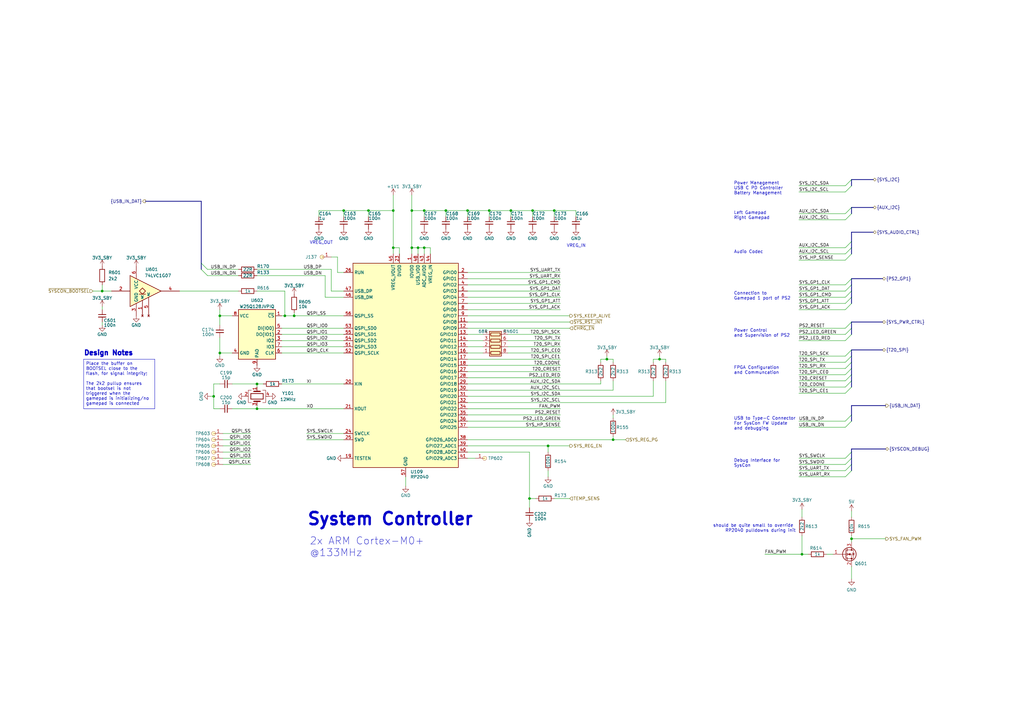
<source format=kicad_sch>
(kicad_sch (version 20230121) (generator eeschema)
  (paper "A3")
  (title_block (title "PS2 SysCon") (rev "0.3") (comment 5 "-a project by Tschicki"))
  (bus_alias "SYSCON_DEBUG" (members "SYS_SWCLK" "SYS_SWDIO" "SYS_UART_TX" "SYS_UART_RX"))
  (bus_alias "T20_SPI" (members "T20_SPI_SCK" "T20_SPI_TX" "T20_SPI_RX" "T20_SPI_CE0" "T20_CDONE" "T20_CRESET" "T20_SPI_CE1"))
  (junction (at 209.55 86.36))
  (junction (at 87.63 162.56))
  (junction (at 105.41 157.48))
  (junction (at 168.91 101.6))
  (junction (at 151.13 86.36))
  (junction (at 90.17 129.54))
  (junction (at 171.45 101.6))
  (junction (at 218.44 86.36))
  (junction (at 161.29 86.36))
  (junction (at 41.91 119.38))
  (junction (at 140.97 86.36))
  (junction (at 251.46 180.34))
  (junction (at 270.51 147.32))
  (junction (at 182.88 86.36))
  (junction (at 161.29 101.6))
  (junction (at 191.77 86.36))
  (junction (at 227.33 86.36))
  (junction (at 173.99 86.36))
  (junction (at 328.93 227.33))
  (junction (at 173.99 101.6))
  (junction (at 217.17 204.47))
  (junction (at 248.92 147.32))
  (junction (at 349.25 220.98))
  (junction (at 200.66 86.36))
  (junction (at 116.84 129.54))
  (junction (at 90.17 144.78))
  (junction (at 224.79 182.88))
  (junction (at 105.41 167.64))
  (junction (at 120.65 129.54))
  (junction (at 168.91 86.36))
  (bus_entry (at 349.25 187.96) (size -2.54 2.54))
  (bus_entry (at 349.25 124.46) (size -2.54 2.54))
  (bus_entry (at 346.71 153.67) (size 2.54 -2.54))
  (bus_entry (at 349.25 85.09) (size -2.54 2.54))
  (bus_entry (at 349.25 116.84) (size -2.54 2.54))
  (bus_entry (at 349.25 153.67) (size -2.54 2.54))
  (bus_entry (at 349.25 119.38) (size -2.54 2.54))
  (bus_entry (at 82.55 107.95) (size 2.54 2.54))
  (bus_entry (at 349.25 104.14) (size -2.54 2.54))
  (bus_entry (at 349.25 158.75) (size -2.54 2.54))
  (bus_entry (at 346.71 175.26) (size 2.54 -2.54))
  (bus_entry (at 349.25 193.04) (size -2.54 2.54))
  (bus_entry (at 346.71 134.62) (size 2.54 -2.54))
  (bus_entry (at 346.71 90.17) (size 2.54 -2.54))
  (bus_entry (at 349.25 190.5) (size -2.54 2.54))
  (bus_entry (at 349.25 170.18) (size -2.54 2.54))
  (bus_entry (at 346.71 151.13) (size 2.54 -2.54))
  (bus_entry (at 349.25 73.66) (size -2.54 2.54))
  (bus_entry (at 349.25 156.21) (size -2.54 2.54))
  (bus_entry (at 349.25 101.6) (size -2.54 2.54))
  (bus_entry (at 349.25 114.3) (size -2.54 2.54))
  (bus_entry (at 346.71 78.74) (size 2.54 -2.54))
  (bus_entry (at 346.71 137.16) (size 2.54 -2.54))
  (bus_entry (at 349.25 143.51) (size -2.54 2.54))
  (bus_entry (at 349.25 99.06) (size -2.54 2.54))
  (bus_entry (at 349.25 121.92) (size -2.54 2.54))
  (bus_entry (at 349.25 185.42) (size -2.54 2.54))
  (bus_entry (at 346.71 139.7) (size 2.54 -2.54))
  (bus_entry (at 346.71 148.59) (size 2.54 -2.54))
  (bus_entry (at 85.09 113.03) (size -2.54 -2.54))
  (bus (pts (xy 349.25 187.96) (xy 349.25 190.5)))
  (wire (pts (xy 161.29 104.14) (xy 161.29 101.6)))
  (wire (pts (xy 346.71 175.26) (xy 327.66 175.26)))
  (wire (pts (xy 191.77 147.32) (xy 229.87 147.32)))
  (wire (pts (xy 161.29 80.01) (xy 161.29 86.36)))
  (wire (pts (xy 91.44 180.34) (xy 102.87 180.34)))
  (wire (pts (xy 173.99 101.6) (xy 171.45 101.6)))
  (bus (pts (xy 349.25 184.15) (xy 349.25 185.42)))
  (wire (pts (xy 236.22 86.36) (xy 227.33 86.36)))
  (bus (pts (xy 349.25 153.67) (xy 349.25 156.21)))
  (bus (pts (xy 349.25 190.5) (xy 349.25 193.04)))
  (bus (pts (xy 349.25 114.3) (xy 349.25 116.84)))
  (wire (pts (xy 105.41 167.64) (xy 105.41 166.37)))
  (wire (pts (xy 251.46 180.34) (xy 256.54 180.34)))
  (wire (pts (xy 217.17 204.47) (xy 219.71 204.47)))
  (wire (pts (xy 130.81 86.36) (xy 140.97 86.36)))
  (wire (pts (xy 115.57 134.62) (xy 140.97 134.62)))
  (wire (pts (xy 41.91 116.84) (xy 41.91 119.38)))
  (bus (pts (xy 82.55 82.55) (xy 82.55 107.95)))
  (wire (pts (xy 105.41 113.03) (xy 133.35 113.03)))
  (wire (pts (xy 327.66 153.67) (xy 346.71 153.67)))
  (wire (pts (xy 105.41 119.38) (xy 116.84 119.38)))
  (wire (pts (xy 176.53 101.6) (xy 173.99 101.6)))
  (wire (pts (xy 38.1 119.38) (xy 41.91 119.38)))
  (wire (pts (xy 191.77 152.4) (xy 229.87 152.4)))
  (wire (pts (xy 327.66 116.84) (xy 346.71 116.84)))
  (wire (pts (xy 251.46 156.21) (xy 251.46 160.02)))
  (wire (pts (xy 91.44 182.88) (xy 102.87 182.88)))
  (wire (pts (xy 327.66 76.2) (xy 346.71 76.2)))
  (wire (pts (xy 246.38 147.32) (xy 248.92 147.32)))
  (wire (pts (xy 224.79 193.04) (xy 224.79 195.58)))
  (wire (pts (xy 191.77 170.18) (xy 229.87 170.18)))
  (wire (pts (xy 270.51 147.32) (xy 270.51 146.05)))
  (wire (pts (xy 327.66 151.13) (xy 346.71 151.13)))
  (wire (pts (xy 105.41 157.48) (xy 107.95 157.48)))
  (wire (pts (xy 346.71 106.68) (xy 327.66 106.68)))
  (wire (pts (xy 191.77 86.36) (xy 182.88 86.36)))
  (wire (pts (xy 328.93 227.33) (xy 331.47 227.33)))
  (wire (pts (xy 191.77 139.7) (xy 198.12 139.7)))
  (bus (pts (xy 349.25 119.38) (xy 349.25 121.92)))
  (wire (pts (xy 327.66 119.38) (xy 346.71 119.38)))
  (wire (pts (xy 171.45 101.6) (xy 171.45 104.14)))
  (wire (pts (xy 115.57 142.24) (xy 140.97 142.24)))
  (wire (pts (xy 91.44 177.8) (xy 102.87 177.8)))
  (wire (pts (xy 191.77 127) (xy 229.87 127)))
  (wire (pts (xy 346.71 104.14) (xy 327.66 104.14)))
  (wire (pts (xy 171.45 101.6) (xy 168.91 101.6)))
  (wire (pts (xy 327.66 139.7) (xy 346.71 139.7)))
  (wire (pts (xy 200.66 86.36) (xy 191.77 86.36)))
  (wire (pts (xy 349.25 222.25) (xy 349.25 220.98)))
  (wire (pts (xy 95.25 167.64) (xy 105.41 167.64)))
  (wire (pts (xy 87.63 162.56) (xy 87.63 157.48)))
  (wire (pts (xy 236.22 88.9) (xy 236.22 86.36)))
  (wire (pts (xy 208.28 139.7) (xy 229.87 139.7)))
  (bus (pts (xy 361.95 132.08) (xy 349.25 132.08)))
  (wire (pts (xy 91.44 187.96) (xy 102.87 187.96)))
  (wire (pts (xy 349.25 220.98) (xy 349.25 219.71)))
  (bus (pts (xy 358.14 95.25) (xy 349.25 95.25)))
  (wire (pts (xy 125.73 177.8) (xy 140.97 177.8)))
  (wire (pts (xy 95.25 157.48) (xy 105.41 157.48)))
  (wire (pts (xy 217.17 185.42) (xy 217.17 204.47)))
  (wire (pts (xy 327.66 90.17) (xy 346.71 90.17)))
  (wire (pts (xy 166.37 195.58) (xy 166.37 199.39)))
  (wire (pts (xy 91.44 190.5) (xy 102.87 190.5)))
  (wire (pts (xy 251.46 147.32) (xy 251.46 148.59)))
  (wire (pts (xy 105.41 158.75) (xy 105.41 157.48)))
  (bus (pts (xy 349.25 132.08) (xy 349.25 134.62)))
  (wire (pts (xy 227.33 204.47) (xy 233.68 204.47)))
  (wire (pts (xy 218.44 86.36) (xy 218.44 88.9)))
  (wire (pts (xy 218.44 86.36) (xy 209.55 86.36)))
  (wire (pts (xy 339.09 227.33) (xy 341.63 227.33)))
  (bus (pts (xy 349.25 85.09) (xy 358.14 85.09)))
  (wire (pts (xy 251.46 171.45) (xy 251.46 170.18)))
  (bus (pts (xy 349.25 95.25) (xy 349.25 99.06)))
  (wire (pts (xy 191.77 160.02) (xy 251.46 160.02)))
  (wire (pts (xy 115.57 144.78) (xy 140.97 144.78)))
  (wire (pts (xy 191.77 182.88) (xy 224.79 182.88)))
  (wire (pts (xy 191.77 116.84) (xy 229.87 116.84)))
  (wire (pts (xy 115.57 157.48) (xy 140.97 157.48)))
  (wire (pts (xy 327.66 190.5) (xy 346.71 190.5)))
  (wire (pts (xy 327.66 172.72) (xy 346.71 172.72)))
  (wire (pts (xy 327.66 148.59) (xy 346.71 148.59)))
  (wire (pts (xy 349.25 209.55) (xy 349.25 212.09)))
  (wire (pts (xy 90.17 144.78) (xy 95.25 144.78)))
  (bus (pts (xy 349.25 156.21) (xy 349.25 158.75)))
  (bus (pts (xy 349.25 170.18) (xy 349.25 172.72)))
  (wire (pts (xy 246.38 156.21) (xy 246.38 157.48)))
  (bus (pts (xy 349.25 146.05) (xy 349.25 148.59)))
  (wire (pts (xy 327.66 87.63) (xy 346.71 87.63)))
  (wire (pts (xy 85.09 113.03) (xy 97.79 113.03)))
  (bus (pts (xy 349.25 99.06) (xy 349.25 101.6)))
  (wire (pts (xy 191.77 172.72) (xy 229.87 172.72)))
  (wire (pts (xy 86.36 162.56) (xy 87.63 162.56)))
  (wire (pts (xy 328.93 208.915) (xy 328.93 212.09)))
  (wire (pts (xy 346.71 101.6) (xy 327.66 101.6)))
  (bus (pts (xy 349.25 148.59) (xy 349.25 151.13)))
  (wire (pts (xy 267.97 147.32) (xy 267.97 148.59)))
  (wire (pts (xy 138.43 105.41) (xy 138.43 111.76)))
  (wire (pts (xy 208.28 142.24) (xy 229.87 142.24)))
  (wire (pts (xy 227.33 86.36) (xy 218.44 86.36)))
  (wire (pts (xy 85.09 110.49) (xy 97.79 110.49)))
  (wire (pts (xy 191.77 180.34) (xy 251.46 180.34)))
  (wire (pts (xy 191.77 157.48) (xy 246.38 157.48)))
  (wire (pts (xy 327.66 195.58) (xy 346.71 195.58)))
  (wire (pts (xy 248.92 147.32) (xy 248.92 146.05)))
  (wire (pts (xy 182.88 86.36) (xy 182.88 88.9)))
  (wire (pts (xy 267.97 156.21) (xy 267.97 162.56)))
  (bus (pts (xy 349.25 143.51) (xy 349.25 146.05)))
  (wire (pts (xy 151.13 86.36) (xy 161.29 86.36)))
  (wire (pts (xy 135.89 105.41) (xy 138.43 105.41)))
  (wire (pts (xy 349.25 237.49) (xy 349.25 232.41)))
  (wire (pts (xy 191.77 175.26) (xy 229.87 175.26)))
  (wire (pts (xy 120.65 129.54) (xy 140.97 129.54)))
  (wire (pts (xy 182.88 86.36) (xy 173.99 86.36)))
  (wire (pts (xy 327.66 134.62) (xy 346.71 134.62)))
  (bus (pts (xy 349.25 121.92) (xy 349.25 124.46)))
  (wire (pts (xy 327.66 161.29) (xy 346.71 161.29)))
  (wire (pts (xy 191.77 187.96) (xy 194.945 187.96)))
  (wire (pts (xy 140.97 111.76) (xy 138.43 111.76)))
  (wire (pts (xy 328.93 219.71) (xy 328.93 227.33)))
  (wire (pts (xy 191.77 142.24) (xy 198.12 142.24)))
  (wire (pts (xy 191.77 124.46) (xy 229.87 124.46)))
  (wire (pts (xy 90.17 138.43) (xy 90.17 144.78)))
  (wire (pts (xy 90.17 167.64) (xy 87.63 167.64)))
  (wire (pts (xy 163.83 101.6) (xy 163.83 104.14)))
  (wire (pts (xy 191.77 167.64) (xy 229.87 167.64)))
  (wire (pts (xy 173.99 101.6) (xy 173.99 104.14)))
  (bus (pts (xy 361.95 114.3) (xy 349.25 114.3)))
  (wire (pts (xy 327.66 158.75) (xy 346.71 158.75)))
  (wire (pts (xy 191.77 144.78) (xy 198.12 144.78)))
  (wire (pts (xy 90.17 129.54) (xy 95.25 129.54)))
  (wire (pts (xy 327.66 146.05) (xy 346.71 146.05)))
  (wire (pts (xy 217.17 208.28) (xy 217.17 204.47)))
  (wire (pts (xy 41.91 132.08) (xy 41.91 133.35)))
  (wire (pts (xy 191.77 86.36) (xy 191.77 88.9)))
  (wire (pts (xy 270.51 147.32) (xy 267.97 147.32)))
  (wire (pts (xy 208.28 137.16) (xy 229.87 137.16)))
  (wire (pts (xy 176.53 104.14) (xy 176.53 101.6)))
  (wire (pts (xy 115.57 129.54) (xy 116.84 129.54)))
  (wire (pts (xy 248.92 147.32) (xy 251.46 147.32)))
  (wire (pts (xy 115.57 139.7) (xy 140.97 139.7)))
  (wire (pts (xy 246.38 147.32) (xy 246.38 148.59)))
  (wire (pts (xy 105.41 110.49) (xy 135.89 110.49)))
  (wire (pts (xy 140.97 86.36) (xy 151.13 86.36)))
  (wire (pts (xy 130.81 88.9) (xy 130.81 86.36)))
  (wire (pts (xy 227.33 86.36) (xy 227.33 88.9)))
  (wire (pts (xy 90.17 129.54) (xy 90.17 133.35)))
  (wire (pts (xy 209.55 86.36) (xy 209.55 88.9)))
  (bus (pts (xy 363.22 166.37) (xy 349.25 166.37)))
  (wire (pts (xy 191.77 134.62) (xy 233.68 134.62)))
  (wire (pts (xy 90.17 144.78) (xy 90.17 146.05)))
  (bus (pts (xy 349.25 101.6) (xy 349.25 104.14)))
  (wire (pts (xy 208.28 144.78) (xy 229.87 144.78)))
  (wire (pts (xy 191.77 132.08) (xy 233.68 132.08)))
  (bus (pts (xy 349.25 185.42) (xy 349.25 187.96)))
  (wire (pts (xy 135.89 119.38) (xy 140.97 119.38)))
  (wire (pts (xy 173.99 86.36) (xy 173.99 88.9)))
  (wire (pts (xy 313.69 227.33) (xy 328.93 227.33)))
  (wire (pts (xy 224.79 185.42) (xy 224.79 182.88)))
  (wire (pts (xy 191.77 149.86) (xy 229.87 149.86)))
  (wire (pts (xy 200.66 86.36) (xy 200.66 88.9)))
  (wire (pts (xy 327.66 156.21) (xy 346.71 156.21)))
  (wire (pts (xy 151.13 86.36) (xy 151.13 88.9)))
  (wire (pts (xy 209.55 86.36) (xy 200.66 86.36)))
  (bus (pts (xy 361.95 143.51) (xy 349.25 143.51)))
  (bus (pts (xy 363.22 184.15) (xy 349.25 184.15)))
  (wire (pts (xy 41.91 127) (xy 41.91 125.73)))
  (wire (pts (xy 87.63 157.48) (xy 90.17 157.48)))
  (wire (pts (xy 41.91 119.38) (xy 45.72 119.38)))
  (wire (pts (xy 191.77 137.16) (xy 198.12 137.16)))
  (wire (pts (xy 191.77 114.3) (xy 229.87 114.3)))
  (wire (pts (xy 191.77 111.76) (xy 229.87 111.76)))
  (bus (pts (xy 358.14 73.66) (xy 349.25 73.66)))
  (wire (pts (xy 161.29 101.6) (xy 163.83 101.6)))
  (wire (pts (xy 135.89 110.49) (xy 135.89 119.38)))
  (wire (pts (xy 120.65 128.27) (xy 120.65 129.54)))
  (wire (pts (xy 168.91 80.01) (xy 168.91 86.36)))
  (bus (pts (xy 349.25 134.62) (xy 349.25 137.16)))
  (wire (pts (xy 173.99 86.36) (xy 168.91 86.36)))
  (wire (pts (xy 327.66 187.96) (xy 346.71 187.96)))
  (wire (pts (xy 125.73 180.34) (xy 140.97 180.34)))
  (wire (pts (xy 191.77 154.94) (xy 229.87 154.94)))
  (wire (pts (xy 140.97 86.36) (xy 140.97 88.9)))
  (wire (pts (xy 327.66 137.16) (xy 346.71 137.16)))
  (wire (pts (xy 327.66 124.46) (xy 346.71 124.46)))
  (wire (pts (xy 191.77 119.38) (xy 229.87 119.38)))
  (bus (pts (xy 349.25 151.13) (xy 349.25 153.67)))
  (bus (pts (xy 82.55 107.95) (xy 82.55 110.49)))
  (bus (pts (xy 59.69 82.55) (xy 82.55 82.55)))
  (wire (pts (xy 327.66 78.74) (xy 346.71 78.74)))
  (bus (pts (xy 349.25 166.37) (xy 349.25 170.18)))
  (bus (pts (xy 349.25 73.66) (xy 349.25 76.2)))
  (wire (pts (xy 273.05 147.32) (xy 270.51 147.32)))
  (wire (pts (xy 273.05 147.32) (xy 273.05 148.59)))
  (wire (pts (xy 191.77 121.92) (xy 229.87 121.92)))
  (wire (pts (xy 168.91 86.36) (xy 168.91 101.6)))
  (wire (pts (xy 87.63 167.64) (xy 87.63 162.56)))
  (wire (pts (xy 73.66 119.38) (xy 97.79 119.38)))
  (bus (pts (xy 349.25 85.09) (xy 349.25 87.63)))
  (wire (pts (xy 133.35 121.92) (xy 140.97 121.92)))
  (wire (pts (xy 168.91 101.6) (xy 168.91 104.14)))
  (wire (pts (xy 224.79 182.88) (xy 233.68 182.88)))
  (wire (pts (xy 327.66 127) (xy 346.71 127)))
  (wire (pts (xy 161.29 86.36) (xy 161.29 101.6)))
  (wire (pts (xy 191.77 129.54) (xy 233.68 129.54)))
  (bus (pts (xy 349.25 116.84) (xy 349.25 119.38)))
  (wire (pts (xy 116.84 119.38) (xy 116.84 129.54)))
  (wire (pts (xy 191.77 165.1) (xy 273.05 165.1)))
  (wire (pts (xy 115.57 137.16) (xy 140.97 137.16)))
  (wire (pts (xy 191.77 162.56) (xy 267.97 162.56)))
  (wire (pts (xy 91.44 185.42) (xy 102.87 185.42)))
  (wire (pts (xy 116.84 129.54) (xy 120.65 129.54)))
  (wire (pts (xy 327.66 193.04) (xy 346.71 193.04)))
  (wire (pts (xy 273.05 156.21) (xy 273.05 165.1)))
  (wire (pts (xy 251.46 179.07) (xy 251.46 180.34)))
  (wire (pts (xy 349.25 220.98) (xy 363.22 220.98)))
  (wire (pts (xy 327.66 121.92) (xy 346.71 121.92)))
  (wire (pts (xy 133.35 113.03) (xy 133.35 121.92)))
  (wire (pts (xy 140.97 167.64) (xy 105.41 167.64)))
  (wire (pts (xy 191.77 185.42) (xy 217.17 185.42)))
  (wire (pts (xy 90.17 127) (xy 90.17 129.54)))
  (text_box "Place the buffer on BOOTSEL close to the flash, for signal integrity;\n\nThe 2k2 pullup ensures that bootsel is not triggered when the gamepad is initializing/no gamepad is connected" (at 34.29 147.32 0) (size 29.21 20.32) (effects (font (size 1.27 1.27)) (justify left top)))
  (text "FPGA Configuration\nand Communcation" (at 300.99 153.67 0) (effects (font (size 1.27 1.27)) (justify left bottom)))
  (text "Power Control\nand Supervision of PS2" (at 300.99 138.43 0) (effects (font (size 1.27 1.27)) (justify left bottom)))
  (text "Debug Interface for \nSysCon" (at 300.99 191.77 0) (effects (font (size 1.27 1.27)) (justify left bottom)))
  (text "System Controller" (at 125.73 215.9 0) (effects (font (size 5 5) (thickness 1) bold) (justify left bottom)))
  (text "VREG_OUT" (at 127 100.33 0) (effects (font (size 1.27 1.27)) (justify left bottom)))
  (text "VREG_IN" (at 232.41 101.6 0) (effects (font (size 1.27 1.27)) (justify left bottom)))
  (text "2x ARM Cortex-M0+\n@133MHz" (at 127 228.6 0) (effects (font (size 3 3)) (justify left bottom)))
  (text "Connection to \nGamepad 1 port of PS2" (at 300.99 123.19 0) (effects (font (size 1.27 1.27)) (justify left bottom)))
  (text "Audio Codec" (at 300.99 104.14 0) (effects (font (size 1.27 1.27)) (justify left bottom)))
  (text "Power Management\nUSB C PD Controller\nBattery Management" (at 300.99 80.01 0) (effects (font (size 1.27 1.27)) (justify left bottom)))
  (text "should be quite small to override \nRP2040 pulldowns during init" (at 326.39 218.44 0) (effects (font (size 1.27 1.27)) (justify right bottom)))
  (text "Left Gamepad\nRight Gamepad" (at 300.99 90.17 0) (effects (font (size 1.27 1.27)) (justify left bottom)))
  (text "USB to Type-C Connector\nFor SysCon FW Update\nand debugging" (at 300.99 176.53 0) (effects (font (size 1.27 1.27)) (justify left bottom)))
  (text "Design Notes" (at 34.29 146.05 0) (effects (font (size 2 2) (thickness 1) bold) (justify left bottom)))
  (label "SYS_HP_SENSE" (at 229.87 175.26 180))
  (label "SYS_I2C_SCL" (at 327.66 78.74 0))
  (label "T20_CRESET" (at 327.66 156.21 0))
  (label "AUX_I2C_SCL" (at 229.87 160.02 180))
  (label "QSPI_IO0" (at 102.87 180.34 180))
  (label "QSPI_CLK" (at 125.73 144.78 0))
  (label "SYS_UART_TX" (at 229.87 111.76 180))
  (label "XI" (at 125.73 157.48 0))
  (label "QSPI_IO0" (at 125.73 134.62 0))
  (label "T20_CRESET" (at 229.87 152.4 180))
  (label "SYS_HP_SENSE" (at 327.66 106.68 0))
  (label "AUX_I2C_SCL" (at 327.66 104.14 0))
  (label "SYS_I2C_SDA" (at 229.87 162.56 180))
  (label "T20_SPI_CE0" (at 327.66 153.67 0))
  (label "QSPI_IO2" (at 102.87 185.42 180))
  (label "USB_IN_DN" (at 327.66 175.26 0))
  (label "PS2_LED_RED" (at 327.66 139.7 0))
  (label "T20_SPI_CE1" (at 229.87 147.32 180))
  (label "SYS_GP1_DAT" (at 327.66 119.38 0))
  (label "PS2_RESET" (at 327.66 134.62 0))
  (label "SYS_SWCLK" (at 125.73 177.8 0))
  (label "SYS_SWDIO" (at 125.73 180.34 0))
  (label "SYS_UART_TX" (at 327.66 193.04 0))
  (label "PS2_LED_GREEN" (at 229.87 172.72 180))
  (label "FAN_PWM" (at 229.87 167.64 180))
  (label "T20_SPI_RX" (at 327.66 151.13 0))
  (label "PS2_LED_RED" (at 229.87 154.94 180))
  (label "USB_IN_DP" (at 327.66 172.72 0))
  (label "AUX_I2C_SDA" (at 327.66 87.63 0))
  (label "QSPI_IO1" (at 125.73 137.16 0))
  (label "XO" (at 125.73 167.64 0))
  (label "SYS_GP1_DAT" (at 229.87 119.38 180))
  (label "QSPI_IO1" (at 102.87 182.88 180))
  (label "SYS_UART_RX" (at 327.66 195.58 0))
  (label "T20_CDONE" (at 327.66 158.75 0))
  (label "SYS_SWCLK" (at 327.66 187.96 0))
  (label "SYS_UART_RX" (at 229.87 114.3 180))
  (label "SYS_GP1_ATT" (at 229.87 124.46 180))
  (label "SYS_GP1_CMD" (at 327.66 121.92 0))
  (label "SYS_I2C_SDA" (at 327.66 76.2 0))
  (label "SYS_I2C_SCL" (at 229.87 165.1 180))
  (label "T20_SPI_SCK" (at 327.66 146.05 0))
  (label "USB_IN_DP" (at 86.36 110.49 0))
  (label "SYS_SWDIO" (at 327.66 190.5 0))
  (label "SYS_GP1_ACK" (at 327.66 127 0))
  (label "PS2_RESET" (at 229.87 170.18 180))
  (label "AUX_I2C_SDA" (at 229.87 157.48 180))
  (label "QSPI_SS" (at 102.87 177.8 180))
  (label "SYS_GP1_CMD" (at 229.87 116.84 180))
  (label "T20_CDONE" (at 229.87 149.86 180))
  (label "FAN_PWM" (at 313.69 227.33 0))
  (label "T20_SPI_CE0" (at 229.87 144.78 180))
  (label "T20_SPI_CE1" (at 327.66 161.29 0))
  (label "SYS_GP1_ATT" (at 327.66 124.46 0))
  (label "QSPI_IO3" (at 125.73 142.24 0))
  (label "T20_SPI_TX" (at 229.87 139.7 180))
  (label "T20_SPI_SCK" (at 229.87 137.16 180))
  (label "SYS_GP1_CLK" (at 229.87 121.92 180))
  (label "AUX_I2C_SCL" (at 327.66 90.17 0))
  (label "SYS_GP1_ACK" (at 229.87 127 180))
  (label "USB_DN" (at 124.46 113.03 0))
  (label "USB_DP" (at 124.46 110.49 0))
  (label "QSPI_IO2" (at 125.73 139.7 0))
  (label "T20_SPI_TX" (at 327.66 148.59 0))
  (label "T20_SPI_RX" (at 229.87 142.24 180))
  (label "QSPI_CLK" (at 102.87 190.5 180))
  (label "AUX_I2C_SDA" (at 327.66 101.6 0))
  (label "PS2_LED_GREEN" (at 327.66 137.16 0))
  (label "QSPI_IO3" (at 102.87 187.96 180))
  (label "USB_IN_DN" (at 86.36 113.03 0))
  (label "QSPI_SS" (at 125.73 129.54 0))
  (label "SYS_GP1_CLK" (at 327.66 116.84 0))
  (hierarchical_label "{USB_IN_DAT}" (shape output) (at 59.69 82.55 180))
  (hierarchical_label "{SYS_AUDIO_CTRL}" (shape bidirectional) (at 358.14 95.25 0))
  (hierarchical_label "SYS_REG_EN" (shape output) (at 233.68 182.88 0))
  (hierarchical_label "{SYSCON_DEBUG}" (shape bidirectional) (at 363.22 184.15 0))
  (hierarchical_label "{USB_IN_DAT}" (shape output) (at 363.22 166.37 0))
  (hierarchical_label "SYS_FAN_PWM" (shape output) (at 363.22 220.98 0))
  (hierarchical_label "{T20_SPI}" (shape bidirectional) (at 361.95 143.51 0))
  (hierarchical_label "{PS2_GP1}" (shape bidirectional) (at 361.95 114.3 0))
  (hierarchical_label "SYS_REG_PG" (shape input) (at 256.54 180.34 0))
  (hierarchical_label "{SYS_I2C}" (shape bidirectional) (at 358.14 73.66 0))
  (hierarchical_label "SYS_KEEP_ALIVE" (shape output) (at 233.68 129.54 0))
  (hierarchical_label "{AUX_I2C}" (shape bidirectional) (at 358.14 85.09 0))
  (hierarchical_label "TEMP_SENS" (shape input) (at 233.68 204.47 0))
  (hierarchical_label "~{SYSCON_BOOTSEL}" (shape input) (at 38.1 119.38 180))
  (hierarchical_label "~{SYS_RST_INT}" (shape input) (at 233.68 132.08 0))
  (hierarchical_label "{SYS_PWR_CTRL}" (shape bidirectional) (at 361.95 132.08 0))
  (hierarchical_label "~{CHRG_EN}" (shape input) (at 233.68 134.62 0))
  (symbol (lib_id "PS2:W25Q128JVPIQ") (at 105.41 137.16 0) (mirror y) (unit 1)
    (property "Reference" "U602" (at 105.41 123.19 0))
    (property "Value" "W25Q128JVPIQ" (at 105.41 125.73 0))
    (property "Footprint" "PS2:WSON-8-1EP_6x5mm_P1.27mm_EP3.4x4.3mm" (effects hide))
    (property "Part Number" "W25Q128JVPIQ" (effects hide))
  )
  (symbol (lib_id "PS2_Resistors:R_22R_0402") (at 101.6 110.49 90) (unit 1)
    (property "Reference" "R170" (at 107.95 109.22 90))
    (property "Value" "22R" (at 101.6 110.49 90))
    (property "Footprint" "PS2:R_0402_1005Metric" (effects hide))
    (property "Part Number" "RC0402FR-0722RL" (effects hide))
    (instances (project "PS2_Power_Management_02" (path "" (reference "R170") (unit 1))) (project "PS2_79004_Rev_0_4" (path "" (reference "R602") (unit 1))))
  )
  (symbol (lib_id "PS2_Capacitors:C_100n_0402") (at 209.55 91.44 0) (unit 1)
    (property "Reference" "C171" (at 209.55 87.63 0) (effects (justify left)))
    (property "Value" "100n" (at 209.55 89.535 0) (effects (justify left)))
    (property "Footprint" "PS2:C_0402_1005Metric" (effects hide))
    (property "Datasheet" "https://www.mouser.at/datasheet/2/447/UPY_NP0X5R_01005_4V_to_25V_V10-3003057.pdf" (effects hide))
    (property "Part Number" "CC0402KRX7R7BB104" (effects hide))
    (instances (project "PS2_Power_Management_02" (path "" (reference "C171") (unit 1))) (project "PS2_79004_Rev_0_4" (path "" (reference "C612") (unit 1))))
  )
  (symbol (lib_id "PS2:Solder_Point") (at 198.755 187.96 0) (mirror x) (unit 1) (in_bom no)
    (property "Reference" "TP602" (at 203.2 187.96 0))
    (property "Value" "Solder_Point" (effects hide))
    (property "Footprint" "PS2:Solder_Point_127" (effects hide))
  )
  (symbol (lib_id "power:GND") (at 140.97 93.98 0) (unit 1)
    (property "Reference" "#PWR0225" (effects hide))
    (property "Value" "GND" (at 140.97 97.79 0))
    (instances (project "PS2_Power_Management_02" (path "" (reference "#PWR0225") (unit 1))) (project "PS2_Power_Eval" (path "" (reference "#PWR0170") (unit 1))) (project "PS2_79004_Rev_0_4" (path "" (reference "#PWR0614") (unit 1))))
  )
  (symbol (lib_id "power:GND") (at 217.17 213.36 0) (unit 1)
    (property "Reference" "#PWR0162" (effects hide))
    (property "Value" "GND" (at 217.17 218.44 90))
    (instances (project "PS2_Power_Management_02" (path "" (reference "#PWR0162") (unit 1))) (project "PS2_Power_Eval" (path "" (reference "#PWR0170") (unit 1))) (project "PS2_79004_Rev_0_4" (path "" (reference "#PWR0625") (unit 1))))
  )
  (symbol (lib_id "power:GND") (at 55.88 129.54 0) (mirror y) (unit 1)
    (property "Reference" "#PWR0605" (effects hide))
    (property "Value" "GND" (at 55.88 133.35 0))
  )
  (symbol (lib_id "PS2:Solder_Point") (at 87.63 182.88 180) (unit 1) (in_bom no)
    (property "Reference" "TP605" (at 83.185 182.88 0))
    (property "Value" "Solder_Point" (effects hide))
    (property "Footprint" "PS2:Solder_Point_127" (effects hide))
  )
  (symbol (lib_id "power:GND") (at 110.49 162.56 90) (unit 1)
    (property "Reference" "#PWR0227" (effects hide))
    (property "Value" "GND" (at 111.76 165.1 90))
    (instances (project "PS2_Power_Management_02" (path "" (reference "#PWR0227") (unit 1))) (project "PS2_Power_Eval" (path "" (reference "#PWR0170") (unit 1))) (project "PS2_79004_Rev_0_4" (path "" (reference "#PWR0611") (unit 1))))
  )
  (symbol (lib_id "PS2_Capacitors:C_100n_0402") (at 173.99 91.44 0) (unit 1)
    (property "Reference" "C167" (at 173.99 87.63 0) (effects (justify left)))
    (property "Value" "100n" (at 173.99 89.535 0) (effects (justify left)))
    (property "Footprint" "PS2:C_0402_1005Metric" (effects hide))
    (property "Datasheet" "https://www.mouser.at/datasheet/2/447/UPY_NP0X5R_01005_4V_to_25V_V10-3003057.pdf" (effects hide))
    (property "Part Number" "CC0402KRX7R7BB104" (effects hide))
    (instances (project "PS2_Power_Management_02" (path "" (reference "C167") (unit 1))) (project "PS2_79004_Rev_0_4" (path "" (reference "C608") (unit 1))))
  )
  (symbol (lib_id "power:GND") (at 236.22 93.98 0) (unit 1)
    (property "Reference" "#PWR0223" (effects hide))
    (property "Value" "GND" (at 236.22 97.79 0))
    (instances (project "PS2_Power_Management_02" (path "" (reference "#PWR0223") (unit 1))) (project "PS2_Power_Eval" (path "" (reference "#PWR0170") (unit 1))) (project "PS2_79004_Rev_0_4" (path "" (reference "#PWR0629") (unit 1))))
  )
  (symbol (lib_id "power:GND") (at 86.36 162.56 270) (mirror x) (unit 1)
    (property "Reference" "#PWR0158" (effects hide))
    (property "Value" "GND" (at 82.55 162.56 0))
    (instances (project "PS2_Power_Management_02" (path "" (reference "#PWR0158") (unit 1))) (project "PS2_Power_Eval" (path "" (reference "#PWR0170") (unit 1))) (project "PS2_79004_Rev_0_4" (path "" (reference "#PWR0606") (unit 1))))
  )
  (symbol (lib_id "PS2_Capacitors:C_100n_0402") (at 140.97 91.44 0) (unit 1)
    (property "Reference" "C163" (at 140.97 87.63 0) (effects (justify left)))
    (property "Value" "100n" (at 140.97 89.535 0) (effects (justify left)))
    (property "Footprint" "PS2:C_0402_1005Metric" (effects hide))
    (property "Datasheet" "https://www.mouser.at/datasheet/2/447/UPY_NP0X5R_01005_4V_to_25V_V10-3003057.pdf" (effects hide))
    (property "Part Number" "CC0402KRX7R7BB104" (effects hide))
    (instances (project "PS2_Power_Management_02" (path "" (reference "C163") (unit 1))) (project "PS2_79004_Rev_0_4" (path "" (reference "C606") (unit 1))))
  )
  (symbol (lib_id "PS2_Resistors:R_2k2_0402") (at 267.97 152.4 0) (unit 1)
    (property "Reference" "R313" (at 266.7 152.4 0) (effects (justify right)))
    (property "Value" "2k2" (at 267.97 152.4 90))
    (property "Footprint" "PS2:R_0402_1005Metric" (effects hide))
    (property "Part Number" "RC0402FR-072K2L" (effects hide))
    (instances (project "CM_Mainboard" (path "" (reference "R313") (unit 1))) (project "PS2_Power_Management_02" (path "" (reference "R120") (unit 1))) (project "PS2_BMIC" (path "" (reference "R103") (unit 1))) (project "PS2_79004_Rev_0_4" (path "" (reference "R611") (unit 1))))
  )
  (symbol (lib_id "PS2:Solder_Point") (at 87.63 187.96 180) (unit 1) (in_bom no)
    (property "Reference" "TP607" (at 83.185 187.96 0))
    (property "Value" "Solder_Point" (effects hide))
    (property "Footprint" "PS2:Solder_Point_127" (effects hide))
  )
  (symbol (lib_id "PS2_Resistors:R_1k_0402") (at 111.76 157.48 90) (mirror x) (unit 1)
    (property "Reference" "R173" (at 120.65 156.21 90) (effects (justify left)))
    (property "Value" "1k" (at 113.03 157.48 90) (effects (justify left)))
    (property "Footprint" "PS2:R_0402_1005Metric" (effects hide))
    (property "Part Number" "RC0402FR-071KL" (effects hide))
    (instances (project "PS2_Power_Management_02" (path "" (reference "R173") (unit 1))) (project "PS2_79004_Rev_0_4" (path "" (reference "R604") (unit 1))))
  )
  (symbol (lib_id "power:GND") (at 182.88 93.98 0) (unit 1)
    (property "Reference" "#PWR0217" (effects hide))
    (property "Value" "GND" (at 182.88 97.79 0))
    (instances (project "PS2_Power_Management_02" (path "" (reference "#PWR0217") (unit 1))) (project "PS2_Power_Eval" (path "" (reference "#PWR0170") (unit 1))) (project "PS2_79004_Rev_0_4" (path "" (reference "#PWR0621") (unit 1))))
  )
  (symbol (lib_id "PS2_Resistors:R_100k_0402") (at 224.79 189.23 0) (mirror y) (unit 1)
    (property "Reference" "R154" (at 232.41 189.23 0) (effects (justify left)))
    (property "Value" "100k" (at 224.79 191.77 90) (effects (justify left)))
    (property "Footprint" "PS2:R_0402_1005Metric" (effects hide))
    (property "Part Number" "ERJ-U02F1003X" (effects hide))
    (instances (project "PS2_Power_Management_02" (path "" (reference "R154") (unit 1))) (project "PS2_Power_Eval" (path "" (reference "R101") (unit 1))) (project "PS2_79004_Rev_0_4" (path "" (reference "R607") (unit 1))))
  )
  (symbol (lib_id "PS2_Capacitors:C_1u_0603") (at 236.22 91.44 0) (unit 1)
    (property "Reference" "C166" (at 236.22 87.63 0) (effects (justify left)))
    (property "Value" "1u" (at 236.22 89.535 0) (effects (justify left)))
    (property "Footprint" "PS2:C_0603_1608Metric" (effects hide))
    (property "Datasheet" "https://mm.digikey.com/Volume0/opasdata/d220001/medias/docus/3644/CL10B105KA8NNNC_spec.pdf" (effects hide))
    (property "Part Number" "CL10B105KA8NNNC" (effects hide))
    (instances (project "PS2_Power_Management_02" (path "" (reference "C166") (unit 1))) (project "PS2_79004_Rev_0_4" (path "" (reference "C616") (unit 1))))
  )
  (symbol (lib_id "PS2:Solder_Point") (at 87.63 185.42 180) (unit 1) (in_bom no)
    (property "Reference" "TP606" (at 83.185 185.42 0))
    (property "Value" "Solder_Point" (effects hide))
    (property "Footprint" "PS2:Solder_Point_127" (effects hide))
  )
  (symbol (lib_id "PS2_Capacitors:C_100n_0402") (at 217.17 210.82 0) (mirror x) (unit 1)
    (property "Reference" "C202" (at 219.075 210.82 0) (effects (justify left)))
    (property "Value" "100n" (at 224.155 212.725 0) (effects (justify right)))
    (property "Footprint" "PS2:C_0402_1005Metric" (effects hide))
    (property "Datasheet" "https://www.mouser.at/datasheet/2/447/UPY_NP0X5R_01005_4V_to_25V_V10-3003057.pdf" (effects hide))
    (property "Part Number" "CC0402KRX7R7BB104" (effects hide))
    (instances (project "PS2_Power_Management_02" (path "" (reference "C202") (unit 1))) (project "PS2_BMIC" (path "" (reference "C112") (unit 1))) (project "Power_in" (path "" (reference "C412") (unit 1))) (project "PS2_79004_Rev_0_4" (path "" (reference "C613") (unit 1))))
  )
  (symbol (lib_id "power:GND") (at 100.33 162.56 270) (unit 1)
    (property "Reference" "#PWR0243" (effects hide))
    (property "Value" "GND" (at 99.06 165.1 90))
    (instances (project "PS2_Power_Management_02" (path "" (reference "#PWR0243") (unit 1))) (project "PS2_Power_Eval" (path "" (reference "#PWR0170") (unit 1))) (project "PS2_79004_Rev_0_4" (path "" (reference "#PWR0609") (unit 1))))
  )
  (symbol (lib_id "PS2:3V5_SBY") (at 328.93 208.915 0) (mirror y) (unit 1)
    (property "Reference" "#PWR0633" (effects hide))
    (property "Value" "3V3_SBY" (at 328.93 205.105 0))
  )
  (symbol (lib_id "PS2:3V5_SBY") (at 55.88 109.22 0) (unit 1)
    (property "Reference" "#PWR0604" (effects hide))
    (property "Value" "3V3_SBY" (at 55.88 105.7181 0))
  )
  (symbol (lib_id "PS2_Resistors:R_1k_0402") (at 335.28 227.33 90) (unit 1)
    (property "Reference" "R614" (at 332.105 224.79 90) (effects (justify right)))
    (property "Value" "1k" (at 335.28 227.33 90))
    (property "Footprint" "PS2:R_0402_1005Metric" (effects hide))
    (property "Part Number" "RC0402FR-071KL" (effects hide))
  )
  (symbol (lib_id "power:GND") (at 166.37 199.39 0) (unit 1)
    (property "Reference" "#PWR0161" (effects hide))
    (property "Value" "GND" (at 166.37 203.2 0))
    (instances (project "PS2_Power_Management_02" (path "" (reference "#PWR0161") (unit 1))) (project "PS2_Power_Eval" (path "" (reference "#PWR0170") (unit 1))) (project "PS2_79004_Rev_0_4" (path "" (reference "#PWR0618") (unit 1))))
  )
  (symbol (lib_id "PS2_Capacitors:C_100n_0402") (at 151.13 91.44 0) (unit 1)
    (property "Reference" "C165" (at 151.13 87.63 0) (effects (justify left)))
    (property "Value" "100n" (at 151.13 89.535 0) (effects (justify left)))
    (property "Footprint" "PS2:C_0402_1005Metric" (effects hide))
    (property "Datasheet" "https://www.mouser.at/datasheet/2/447/UPY_NP0X5R_01005_4V_to_25V_V10-3003057.pdf" (effects hide))
    (property "Part Number" "CC0402KRX7R7BB104" (effects hide))
    (instances (project "PS2_Power_Management_02" (path "" (reference "C165") (unit 1))) (project "PS2_79004_Rev_0_4" (path "" (reference "C607") (unit 1))))
  )
  (symbol (lib_id "power:GND") (at 151.13 93.98 0) (unit 1)
    (property "Reference" "#PWR0224" (effects hide))
    (property "Value" "GND" (at 151.13 97.79 0))
    (instances (project "PS2_Power_Management_02" (path "" (reference "#PWR0224") (unit 1))) (project "PS2_Power_Eval" (path "" (reference "#PWR0170") (unit 1))) (project "PS2_79004_Rev_0_4" (path "" (reference "#PWR0616") (unit 1))))
  )
  (symbol (lib_id "PS2:Solder_Point") (at 132.08 105.41 180) (unit 1) (in_bom no)
    (property "Reference" "J137" (at 127.635 105.41 0))
    (property "Value" "Solder_Point" (effects hide))
    (property "Footprint" "PS2:Solder_Point_127" (effects hide))
    (instances (project "Alchitry_Base_Top_Bot" (path "" (reference "J137") (unit 1))) (project "PS2_Power_Management_02" (path "" (reference "J130") (unit 1))) (project "PS2_79004_Rev_0_4" (path "" (reference "TP601") (unit 1))))
  )
  (symbol (lib_id "power:GND") (at 130.81 93.98 0) (unit 1)
    (property "Reference" "#PWR0226" (effects hide))
    (property "Value" "GND" (at 130.81 97.79 0))
    (instances (project "PS2_Power_Management_02" (path "" (reference "#PWR0226") (unit 1))) (project "PS2_Power_Eval" (path "" (reference "#PWR0170") (unit 1))) (project "PS2_79004_Rev_0_4" (path "" (reference "#PWR0613") (unit 1))))
  )
  (symbol (lib_id "PS2_Resistors:R_1k_0402") (at 101.6 119.38 90) (mirror x) (unit 1)
    (property "Reference" "R616" (at 110.49 118.11 90) (effects (justify left)))
    (property "Value" "1k" (at 102.87 119.38 90) (effects (justify left)))
    (property "Footprint" "PS2:R_0402_1005Metric" (effects hide))
    (property "Part Number" "RC0402FR-071KL" (effects hide))
  )
  (symbol (lib_id "PS2_Resistors:R_2k2_0402") (at 328.93 215.9 0) (mirror y) (unit 1)
    (property "Reference" "R613" (at 330.2 215.9 0) (effects (justify right)))
    (property "Value" "2k2" (at 328.93 215.9 90))
    (property "Footprint" "PS2:R_0402_1005Metric" (effects hide))
    (property "Part Number" "RC0402FR-072K2L" (effects hide))
  )
  (symbol (lib_id "PS2:3V5_SBY") (at 41.91 125.73 0) (unit 1)
    (property "Reference" "#PWR0602" (effects hide))
    (property "Value" "3V3_SBY" (at 41.91 122.2281 0))
  )
  (symbol (lib_id "PS2:3V5_SBY") (at 168.91 80.01 0) (unit 1)
    (property "Reference" "#PWR0215" (effects hide))
    (property "Value" "3V3_SBY" (at 168.91 76.5081 0))
    (instances (project "PS2_Power_Management_02" (path "" (reference "#PWR0215") (unit 1))) (project "PS2_79004_Rev_0_4" (path "" (reference "#PWR0619") (unit 1))))
  )
  (symbol (lib_id "power:GND") (at 349.25 237.49 0) (unit 1)
    (property "Reference" "#PWR0635" (effects hide))
    (property "Value" "GND" (at 349.25 241.935 0))
  )
  (symbol (lib_id "PS2_Capacitors:C_100n_0402") (at 191.77 91.44 0) (unit 1)
    (property "Reference" "C169" (at 191.77 87.63 0) (effects (justify left)))
    (property "Value" "100n" (at 191.77 89.535 0) (effects (justify left)))
    (property "Footprint" "PS2:C_0402_1005Metric" (effects hide))
    (property "Datasheet" "https://www.mouser.at/datasheet/2/447/UPY_NP0X5R_01005_4V_to_25V_V10-3003057.pdf" (effects hide))
    (property "Part Number" "CC0402KRX7R7BB104" (effects hide))
    (instances (project "PS2_Power_Management_02" (path "" (reference "C169") (unit 1))) (project "PS2_79004_Rev_0_4" (path "" (reference "C610") (unit 1))))
  )
  (symbol (lib_id "power:GND") (at 90.17 146.05 0) (mirror y) (unit 1)
    (property "Reference" "#PWR0229" (effects hide))
    (property "Value" "GND" (at 90.17 149.86 0))
    (instances (project "PS2_Power_Management_02" (path "" (reference "#PWR0229") (unit 1))) (project "PS2_Power_Eval" (path "" (reference "#PWR0170") (unit 1))) (project "PS2_79004_Rev_0_4" (path "" (reference "#PWR0608") (unit 1))))
  )
  (symbol (lib_id "PS2:Solder_Point") (at 87.63 190.5 180) (unit 1) (in_bom no)
    (property "Reference" "TP608" (at 83.185 190.5 0))
    (property "Value" "Solder_Point" (effects hide))
    (property "Footprint" "PS2:Solder_Point_127" (effects hide))
  )
  (symbol (lib_id "PS2_Resistors:R_1k_0402") (at 223.52 204.47 90) (mirror x) (unit 1)
    (property "Reference" "R173" (at 232.41 203.2 90) (effects (justify left)))
    (property "Value" "1k" (at 224.79 204.47 90) (effects (justify left)))
    (property "Footprint" "PS2:R_0402_1005Metric" (effects hide))
    (property "Part Number" "RC0402FR-071KL" (effects hide))
    (instances (project "PS2_Power_Management_02" (path "" (reference "R173") (unit 1))) (project "PS2_79004_Rev_0_4" (path "" (reference "R606") (unit 1))))
  )
  (symbol (lib_id "PS2:3V5_SBY") (at 41.91 109.22 0) (unit 1)
    (property "Reference" "#PWR0601" (effects hide))
    (property "Value" "3V3_SBY" (at 41.91 105.7181 0))
  )
  (symbol (lib_id "PS2:3V5_SBY") (at 120.65 120.65 0) (unit 1)
    (property "Reference" "#PWR0215" (effects hide))
    (property "Value" "3V3_SBY" (at 120.65 117.1481 0))
    (instances (project "PS2_Power_Management_02" (path "" (reference "#PWR0215") (unit 1))) (project "PS2_79004_Rev_0_4" (path "" (reference "#PWR0612") (unit 1))))
  )
  (symbol (lib_id "PS2:3V5_SBY") (at 248.92 146.05 0) (unit 1)
    (property "Reference" "#PWR0325" (effects hide))
    (property "Value" "3V3_SBY" (at 248.92 142.5481 0))
    (instances (project "PS2_Power_Management_02" (path "" (reference "#PWR0325") (unit 1))) (project "PS2_79004_Rev_0_4" (path "" (reference "#PWR0630") (unit 1))))
  )
  (symbol (lib_id "PS2_Resistors:R_2k2_0402") (at 246.38 152.4 0) (unit 1)
    (property "Reference" "R313" (at 245.11 152.4 0) (effects (justify right)))
    (property "Value" "2k2" (at 246.38 152.4 90))
    (property "Footprint" "PS2:R_0402_1005Metric" (effects hide))
    (property "Part Number" "RC0402FR-072K2L" (effects hide))
    (instances (project "CM_Mainboard" (path "" (reference "R313") (unit 1))) (project "PS2_Power_Management_02" (path "" (reference "R138") (unit 1))) (project "PS2_BMIC" (path "" (reference "R103") (unit 1))) (project "PS2_79004_Rev_0_4" (path "" (reference "R608") (unit 1))))
  )
  (symbol (lib_id "PS2_Capacitors:C_15p_0402") (at 92.71 157.48 90) (unit 1)
    (property "Reference" "C199" (at 92.7163 152.908 90))
    (property "Value" "15p" (at 92.7163 154.829 90))
    (property "Footprint" "PS2:C_0402_1005Metric" (effects hide))
    (property "Datasheet" "https://www.mouser.at/datasheet/2/447/UPY_GP_NP0_16V_to_50V_18-1730511.pdf" (effects hide))
    (property "Part Number" "CC0402JRNPO9BN150" (effects hide))
    (instances (project "PS2_Power_Management_02" (path "" (reference "C199") (unit 1))) (project "PS2_79004_Rev_0_4" (path "" (reference "C603") (unit 1))))
  )
  (symbol (lib_id "PS2_Resistors:R_4Array_68R_0402") (at 203.2 139.7 270) (mirror x) (unit 1)
    (property "Reference" "RN601" (at 209.55 135.89 90))
    (property "Value" "68R" (at 198.12 135.89 90))
    (property "Footprint" "PS2:R_Array_Convex_4x0402" (effects hide))
    (property "Part Number" "YC124-JR-0768RL" (effects hide))
  )
  (symbol (lib_id "power:GND") (at 191.77 93.98 0) (unit 1)
    (property "Reference" "#PWR0218" (effects hide))
    (property "Value" "GND" (at 191.77 97.79 0))
    (instances (project "PS2_Power_Management_02" (path "" (reference "#PWR0218") (unit 1))) (project "PS2_Power_Eval" (path "" (reference "#PWR0170") (unit 1))) (project "PS2_79004_Rev_0_4" (path "" (reference "#PWR0622") (unit 1))))
  )
  (symbol (lib_id "PS2_Resistors:R_2k2_0402") (at 41.91 113.03 0) (unit 1)
    (property "Reference" "R601" (at 44.45 111.76 0) (effects (justify left)))
    (property "Value" "2k2" (at 44.45 114.3 0) (effects (justify left)))
    (property "Footprint" "PS2:R_0402_1005Metric" (effects hide))
    (property "Part Number" "RC0402FR-072K2L" (effects hide))
  )
  (symbol (lib_id "PS2_Capacitors:C_100n_0402") (at 182.88 91.44 0) (unit 1)
    (property "Reference" "C168" (at 182.88 87.63 0) (effects (justify left)))
    (property "Value" "100n" (at 182.88 89.535 0) (effects (justify left)))
    (property "Footprint" "PS2:C_0402_1005Metric" (effects hide))
    (property "Datasheet" "https://www.mouser.at/datasheet/2/447/UPY_NP0X5R_01005_4V_to_25V_V10-3003057.pdf" (effects hide))
    (property "Part Number" "CC0402KRX7R7BB104" (effects hide))
    (instances (project "PS2_Power_Management_02" (path "" (reference "C168") (unit 1))) (project "PS2_79004_Rev_0_4" (path "" (reference "C609") (unit 1))))
  )
  (symbol (lib_id "power:GND") (at 105.41 149.86 0) (mirror y) (unit 1)
    (property "Reference" "#PWR0610" (effects hide))
    (property "Value" "GND" (at 105.41 153.67 0))
  )
  (symbol (lib_id "PS2:Solder_Point") (at 87.63 180.34 180) (unit 1) (in_bom no)
    (property "Reference" "TP604" (at 83.185 180.34 0))
    (property "Value" "Solder_Point" (effects hide))
    (property "Footprint" "PS2:Solder_Point_127" (effects hide))
  )
  (symbol (lib_id "power:+1V1") (at 161.29 80.01 0) (unit 1)
    (property "Reference" "#PWR0213" (effects hide))
    (property "Value" "+1V1" (at 161.29 76.5081 0))
    (instances (project "PS2_Power_Management_02" (path "" (reference "#PWR0213") (unit 1))) (project "PS2_79004_Rev_0_4" (path "" (reference "#PWR0617") (unit 1))))
  )
  (symbol (lib_id "power:GND") (at 41.91 133.35 0) (mirror y) (unit 1)
    (property "Reference" "#PWR0603" (effects hide))
    (property "Value" "GND" (at 41.91 137.16 0))
  )
  (symbol (lib_id "PS2_Capacitors:C_100n_0402") (at 90.17 135.89 0) (mirror y) (unit 1)
    (property "Reference" "C174" (at 87.8459 135.2526 0) (effects (justify left)))
    (property "Value" "100n" (at 87.8459 137.1736 0) (effects (justify left)))
    (property "Footprint" "PS2:C_0402_1005Metric" (effects hide))
    (property "Datasheet" "https://www.mouser.at/datasheet/2/447/UPY_NP0X5R_01005_4V_to_25V_V10-3003057.pdf" (effects hide))
    (property "Part Number" "CC0402KRX7R7BB104" (effects hide))
    (instances (project "PS2_Power_Management_02" (path "" (reference "C174") (unit 1))) (project "PS2_79004_Rev_0_4" (path "" (reference "C602") (unit 1))))
  )
  (symbol (lib_id "PS2_Capacitors:C_100n_0402") (at 41.91 129.54 0) (unit 1)
    (property "Reference" "C601" (at 42.545 131.445 0) (effects (justify left)))
    (property "Value" "100n" (at 42.545 133.35 0) (effects (justify left)))
    (property "Footprint" "PS2:C_0402_1005Metric" (effects hide))
    (property "Datasheet" "https://www.mouser.at/datasheet/2/447/UPY_NP0X5R_01005_4V_to_25V_V10-3003057.pdf" (effects hide))
    (property "Part Number" "CC0402KRX7R7BB104" (effects hide))
  )
  (symbol (lib_id "power:GND") (at 227.33 93.98 0) (unit 1)
    (property "Reference" "#PWR0222" (effects hide))
    (property "Value" "GND" (at 227.33 97.79 0))
    (instances (project "PS2_Power_Management_02" (path "" (reference "#PWR0222") (unit 1))) (project "PS2_Power_Eval" (path "" (reference "#PWR0170") (unit 1))) (project "PS2_79004_Rev_0_4" (path "" (reference "#PWR0628") (unit 1))))
  )
  (symbol (lib_id "power:GND") (at 209.55 93.98 0) (unit 1)
    (property "Reference" "#PWR0220" (effects hide))
    (property "Value" "GND" (at 209.55 97.79 0))
    (instances (project "PS2_Power_Management_02" (path "" (reference "#PWR0220") (unit 1))) (project "PS2_Power_Eval" (path "" (reference "#PWR0170") (unit 1))) (project "PS2_79004_Rev_0_4" (path "" (reference "#PWR0624") (unit 1))))
  )
  (symbol (lib_id "PS2:3V5_SBY") (at 251.46 170.18 0) (unit 1)
    (property "Reference" "#PWR0163" (effects hide))
    (property "Value" "3V3_SBY" (at 256.54 168.91 0))
    (instances (project "PS2_Power_Management_02" (path "" (reference "#PWR0163") (unit 1))) (project "PS2_79004_Rev_0_4" (path "" (reference "#PWR0631") (unit 1))))
  )
  (symbol (lib_id "PS2:Solder_Point") (at 87.63 177.8 180) (unit 1) (in_bom no)
    (property "Reference" "TP603" (at 83.185 177.8 0))
    (property "Value" "Solder_Point" (effects hide))
    (property "Footprint" "PS2:Solder_Point_127" (effects hide))
  )
  (symbol (lib_id "power:GND") (at 224.79 195.58 0) (unit 1)
    (property "Reference" "#PWR0162" (effects hide))
    (property "Value" "GND" (at 224.79 199.39 0))
    (instances (project "PS2_Power_Management_02" (path "" (reference "#PWR0162") (unit 1))) (project "PS2_Power_Eval" (path "" (reference "#PWR0170") (unit 1))) (project "PS2_79004_Rev_0_4" (path "" (reference "#PWR0627") (unit 1))))
  )
  (symbol (lib_id "PS2:RP2040") (at 166.37 149.86 0) (unit 1)
    (property "Reference" "U109" (at 168.3259 193.4925 0) (effects (justify left)))
    (property "Value" "RP2040" (at 168.275 195.58 0) (effects (justify left)))
    (property "Footprint" "PS2:QFN-56-1EP_7x7mm_P0.4mm_EP3.2x3.2mm" (effects hide))
    (property "Datasheet" "https://datasheets.raspberrypi.com/rp2040/rp2040-datasheet.pdf" (effects hide))
    (property "Part Number" "RP2040" (effects hide))
    (instances (project "PS2_Power_Management_02" (path "" (reference "U109") (unit 1))) (project "PS2_79004_Rev_0_4" (path "" (reference "U603") (unit 1))))
  )
  (symbol (lib_id "PS2_Capacitors:C_1u_0603") (at 130.81 91.44 0) (unit 1)
    (property "Reference" "C164" (at 130.81 87.63 0) (effects (justify left)))
    (property "Value" "1u" (at 130.81 89.535 0) (effects (justify left)))
    (property "Footprint" "PS2:C_0603_1608Metric" (effects hide))
    (property "Datasheet" "https://mm.digikey.com/Volume0/opasdata/d220001/medias/docus/3644/CL10B105KA8NNNC_spec.pdf" (effects hide))
    (property "Part Number" "CL10B105KA8NNNC" (effects hide))
    (instances (project "PS2_Power_Management_02" (path "" (reference "C164") (unit 1))) (project "PS2_79004_Rev_0_4" (path "" (reference "C605") (unit 1))))
  )
  (symbol (lib_id "power:GND") (at 200.66 93.98 0) (unit 1)
    (property "Reference" "#PWR0219" (effects hide))
    (property "Value" "GND" (at 200.66 97.79 0))
    (instances (project "PS2_Power_Management_02" (path "" (reference "#PWR0219") (unit 1))) (project "PS2_Power_Eval" (path "" (reference "#PWR0170") (unit 1))) (project "PS2_79004_Rev_0_4" (path "" (reference "#PWR0623") (unit 1))))
  )
  (symbol (lib_id "PS2_Resistors:R_22R_0402") (at 101.6 113.03 90) (unit 1)
    (property "Reference" "R133" (at 107.95 111.76 90))
    (property "Value" "22R" (at 101.6 113.03 90))
    (property "Footprint" "PS2:R_0402_1005Metric" (effects hide))
    (property "Part Number" "RC0402FR-0722RL" (effects hide))
    (instances (project "PS2_Power_Management_02" (path "" (reference "R133") (unit 1))) (project "PS2_79004_Rev_0_4" (path "" (reference "R603") (unit 1))))
  )
  (symbol (lib_id "PS2:Crystal_GND24") (at 105.41 162.56 90) (mirror x) (unit 1)
    (property "Reference" "Y101" (at 118.11 161.29 90))
    (property "Value" "12MHz" (at 118.11 163.83 90))
    (property "Footprint" "Crystal:Crystal_SMD_3225-4Pin_3.2x2.5mm" (effects hide))
    (property "Part Number" "FL1200112" (effects hide))
    (instances (project "PS2_Power_Management_02" (path "" (reference "Y101") (unit 1))) (project "PS2_79004_Rev_0_4" (path "" (reference "Y601") (unit 1))))
  )
  (symbol (lib_id "PS2_Resistors:R_2k2_0402") (at 273.05 152.4 0) (mirror y) (unit 1)
    (property "Reference" "R313" (at 274.32 152.4 0) (effects (justify right)))
    (property "Value" "2k2" (at 273.05 152.4 90))
    (property "Footprint" "PS2:R_0402_1005Metric" (effects hide))
    (property "Part Number" "RC0402FR-072K2L" (effects hide))
    (instances (project "CM_Mainboard" (path "" (reference "R313") (unit 1))) (project "PS2_Power_Management_02" (path "" (reference "R140") (unit 1))) (project "PS2_BMIC" (path "" (reference "R103") (unit 1))) (project "PS2_79004_Rev_0_4" (path "" (reference "R612") (unit 1))))
  )
  (symbol (lib_id "PS2_Resistors:R_100k_0402") (at 251.46 175.26 0) (mirror x) (unit 1)
    (property "Reference" "R155" (at 252.73 175.26 0) (effects (justify left)))
    (property "Value" "100k" (at 251.46 172.72 90) (effects (justify left)))
    (property "Footprint" "PS2:R_0402_1005Metric" (effects hide))
    (property "Part Number" "ERJ-U02F1003X" (effects hide))
    (instances (project "PS2_Power_Management_02" (path "" (reference "R155") (unit 1))) (project "PS2_Power_Eval" (path "" (reference "R101") (unit 1))) (project "PS2_79004_Rev_0_4" (path "" (reference "R610") (unit 1))))
  )
  (symbol (lib_id "PS2:3V5_SBY") (at 90.17 127 0) (unit 1)
    (property "Reference" "#PWR0228" (effects hide))
    (property "Value" "3V3_SBY" (at 90.17 123.4981 0))
    (instances (project "PS2_Power_Management_02" (path "" (reference "#PWR0228") (unit 1))) (project "PS2_79004_Rev_0_4" (path "" (reference "#PWR0607") (unit 1))))
  )
  (symbol (lib_id "PS2:74LVC1G07") (at 60.96 119.38 0) (unit 1)
    (property "Reference" "U601" (at 62.23 110.49 0))
    (property "Value" "74LVC1G07" (at 64.77 113.03 0))
    (property "Footprint" "PS2:Texas_USON-6_1x1.45mm_P0.5mm_SMD" (effects hide))
    (property "Datasheet" "https://www.ti.com/lit/ds/symlink/sn74lvc1g07.pdf" (effects hide))
    (property "Part Number" "SN74LVC1G07QDRYRQ1" (effects hide))
  )
  (symbol (lib_id "PS2:5V") (at 349.25 209.55 0) (unit 1)
    (property "Reference" "#PWR0634" (effects hide))
    (property "Value" "5V" (at 347.98 205.74 0) (effects (justify left)))
  )
  (symbol (lib_id "PS2:3V5_SBY") (at 270.51 146.05 0) (unit 1)
    (property "Reference" "#PWR0128" (effects hide))
    (property "Value" "3V3_SBY" (at 270.51 142.5481 0))
    (instances (project "PS2_Power_Management_02" (path "" (reference "#PWR0128") (unit 1))) (project "PS2_79004_Rev_0_4" (path "" (reference "#PWR0632") (unit 1))))
  )
  (symbol (lib_id "power:GND") (at 173.99 93.98 0) (unit 1)
    (property "Reference" "#PWR0216" (effects hide))
    (property "Value" "GND" (at 173.99 97.79 0))
    (instances (project "PS2_Power_Management_02" (path "" (reference "#PWR0216") (unit 1))) (project "PS2_Power_Eval" (path "" (reference "#PWR0170") (unit 1))) (project "PS2_79004_Rev_0_4" (path "" (reference "#PWR0620") (unit 1))))
  )
  (symbol (lib_id "PS2_Resistors:R_2k2_0402") (at 251.46 152.4 0) (mirror y) (unit 1)
    (property "Reference" "R313" (at 252.73 152.4 0) (effects (justify right)))
    (property "Value" "2k2" (at 251.46 152.4 90))
    (property "Footprint" "PS2:R_0402_1005Metric" (effects hide))
    (property "Part Number" "RC0402FR-072K2L" (effects hide))
    (instances (project "CM_Mainboard" (path "" (reference "R313") (unit 1))) (project "PS2_Power_Management_02" (path "" (reference "R121") (unit 1))) (project "PS2_BMIC" (path "" (reference "R103") (unit 1))) (project "PS2_79004_Rev_0_4" (path "" (reference "R609") (unit 1))))
  )
  (symbol (lib_id "PS2_Capacitors:C_15p_0402") (at 92.71 167.64 90) (unit 1)
    (property "Reference" "C200" (at 92.7163 163.068 90))
    (property "Value" "15p" (at 92.7163 164.989 90))
    (property "Footprint" "PS2:C_0402_1005Metric" (effects hide))
    (property "Datasheet" "https://www.mouser.at/datasheet/2/447/UPY_GP_NP0_16V_to_50V_18-1730511.pdf" (effects hide))
    (property "Part Number" "CC0402JRNPO9BN150" (effects hide))
    (instances (project "PS2_Power_Management_02" (path "" (reference "C200") (unit 1))) (project "PS2_79004_Rev_0_4" (path "" (reference "C604") (unit 1))))
  )
  (symbol (lib_id "PS2_Capacitors:C_100n_0402") (at 200.66 91.44 0) (unit 1)
    (property "Reference" "C170" (at 200.66 87.63 0) (effects (justify left)))
    (property "Value" "100n" (at 200.66 89.535 0) (effects (justify left)))
    (property "Footprint" "PS2:C_0402_1005Metric" (effects hide))
    (property "Datasheet" "https://www.mouser.at/datasheet/2/447/UPY_NP0X5R_01005_4V_to_25V_V10-3003057.pdf" (effects hide))
    (property "Part Number" "CC0402KRX7R7BB104" (effects hide))
    (instances (project "PS2_Power_Management_02" (path "" (reference "C170") (unit 1))) (project "PS2_79004_Rev_0_4" (path "" (reference "C611") (unit 1))))
  )
  (symbol (lib_id "PS2_Resistors:R_10k_0402") (at 349.25 215.9 0) (unit 1)
    (property "Reference" "R615" (at 356.87 215.9 0) (effects (justify right)))
    (property "Value" "10k" (at 349.25 214.63 90) (effects (justify right)))
    (property "Footprint" "PS2:R_0402_1005Metric" (effects hide))
    (property "Part Number" "RC0402JR-0710KL" (effects hide))
  )
  (symbol (lib_id "PS2_Resistors:R_10k_0402") (at 120.65 124.46 0) (unit 1)
    (property "Reference" "R605" (at 122.428 123.8163 0) (effects (justify left)))
    (property "Value" "10k" (at 122.428 125.7373 0) (effects (justify left)))
    (property "Footprint" "PS2:R_0402_1005Metric" (effects hide))
    (property "Part Number" "RC0402JR-0710KL" (effects hide))
  )
  (symbol (lib_id "PS2_Capacitors:C_100n_0402") (at 227.33 91.44 0) (unit 1)
    (property "Reference" "C173" (at 227.33 87.63 0) (effects (justify left)))
    (property "Value" "100n" (at 227.33 89.535 0) (effects (justify left)))
    (property "Footprint" "PS2:C_0402_1005Metric" (effects hide))
    (property "Datasheet" "https://www.mouser.at/datasheet/2/447/UPY_NP0X5R_01005_4V_to_25V_V10-3003057.pdf" (effects hide))
    (property "Part Number" "CC0402KRX7R7BB104" (effects hide))
    (instances (project "PS2_Power_Management_02" (path "" (reference "C173") (unit 1))) (project "PS2_79004_Rev_0_4" (path "" (reference "C615") (unit 1))))
  )
  (symbol (lib_id "PS2_Capacitors:C_100n_0402") (at 218.44 91.44 0) (unit 1)
    (property "Reference" "C172" (at 218.44 87.63 0) (effects (justify left)))
    (property "Value" "100n" (at 218.44 89.535 0) (effects (justify left)))
    (property "Footprint" "PS2:C_0402_1005Metric" (effects hide))
    (property "Datasheet" "https://www.mouser.at/datasheet/2/447/UPY_NP0X5R_01005_4V_to_25V_V10-3003057.pdf" (effects hide))
    (property "Part Number" "CC0402KRX7R7BB104" (effects hide))
    (instances (project "PS2_Power_Management_02" (path "" (reference "C172") (unit 1))) (project "PS2_79004_Rev_0_4" (path "" (reference "C614") (unit 1))))
  )
  (symbol (lib_id "power:GND") (at 140.97 187.96 270) (unit 1)
    (property "Reference" "#PWR0340" (effects hide))
    (property "Value" "GND" (at 135.89 187.96 90))
    (instances (project "PS2_Power_Management_02" (path "" (reference "#PWR0340") (unit 1))) (project "PS2_Power_Eval" (path "" (reference "#PWR0170") (unit 1))) (project "PS2_79004_Rev_0_4" (path "" (reference "#PWR0615") (unit 1))))
  )
  (symbol (lib_id "PS2:BSS138-TP") (at 346.71 227.33 0) (unit 1)
    (property "Reference" "Q601" (at 350.52 231.14 0) (effects (justify left)))
    (property "Value" "DMN67D8L" (effects hide))
    (property "Footprint" "PS2:SOT-23" (effects hide))
    (property "Datasheet" "https://www.mccsemi.com/pdf/Products/BSS138(SOT-23).pdf" (effects hide))
    (property "Part Number" "BSS138-TP" (effects hide))
  )
  (symbol (lib_id "power:GND") (at 218.44 93.98 0) (unit 1)
    (property "Reference" "#PWR0221" (effects hide))
    (property "Value" "GND" (at 218.44 97.79 0))
    (instances (project "PS2_Power_Management_02" (path "" (reference "#PWR0221") (unit 1))) (project "PS2_Power_Eval" (path "" (reference "#PWR0170") (unit 1))) (project "PS2_79004_Rev_0_4" (path "" (reference "#PWR0626") (unit 1))))
  )
)
</source>
